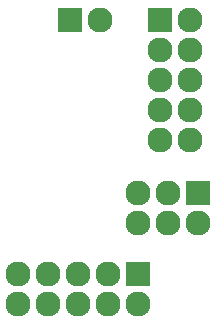
<source format=gbs>
G04 #@! TF.FileFunction,Soldermask,Bot*
%FSLAX46Y46*%
G04 Gerber Fmt 4.6, Leading zero omitted, Abs format (unit mm)*
G04 Created by KiCad (PCBNEW 0.201509061501+6161~29~ubuntu14.04.1-product) date Sam 12 Sep 2015 09:24:29 CEST*
%MOMM*%
G01*
G04 APERTURE LIST*
%ADD10C,0.100000*%
%ADD11R,2.127200X2.127200*%
%ADD12O,2.127200X2.127200*%
G04 APERTURE END LIST*
D10*
D11*
X111760000Y-124333000D03*
D12*
X111760000Y-126873000D03*
X109220000Y-124333000D03*
X109220000Y-126873000D03*
X106680000Y-124333000D03*
X106680000Y-126873000D03*
X104140000Y-124333000D03*
X104140000Y-126873000D03*
X101600000Y-124333000D03*
X101600000Y-126873000D03*
D11*
X106045000Y-102870000D03*
D12*
X108585000Y-102870000D03*
D11*
X113665000Y-102870000D03*
D12*
X116205000Y-102870000D03*
X113665000Y-105410000D03*
X116205000Y-105410000D03*
X113665000Y-107950000D03*
X116205000Y-107950000D03*
X113665000Y-110490000D03*
X116205000Y-110490000D03*
X113665000Y-113030000D03*
X116205000Y-113030000D03*
D11*
X116840000Y-117475000D03*
D12*
X116840000Y-120015000D03*
X114300000Y-117475000D03*
X114300000Y-120015000D03*
X111760000Y-117475000D03*
X111760000Y-120015000D03*
M02*

</source>
